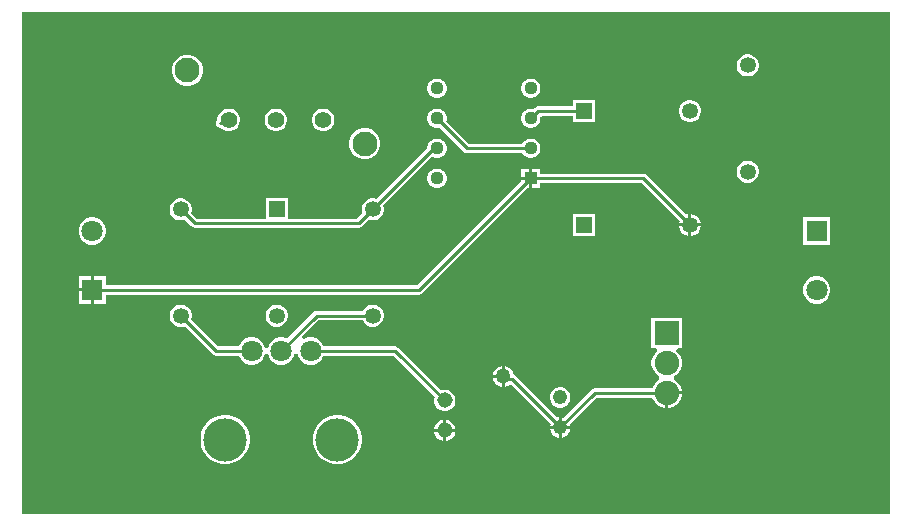
<source format=gbl>
G04*
G04 #@! TF.GenerationSoftware,Altium Limited,Altium Designer,25.8.1 (18)*
G04*
G04 Layer_Physical_Order=2*
G04 Layer_Color=16711680*
%FSLAX44Y44*%
%MOMM*%
G71*
G04*
G04 #@! TF.SameCoordinates,FD4C0DAB-9491-4D72-95A4-0CDAAEB39303*
G04*
G04*
G04 #@! TF.FilePolarity,Positive*
G04*
G01*
G75*
%ADD12C,0.2540*%
%ADD30C,1.8000*%
%ADD31R,1.8000X1.8000*%
%ADD32C,3.6600*%
%ADD33C,1.4000*%
%ADD34C,2.1000*%
%ADD35R,2.0700X2.0700*%
%ADD36C,2.0700*%
%ADD37C,1.3500*%
%ADD38R,1.3500X1.3500*%
%ADD39R,1.3500X1.3500*%
%ADD40R,1.1300X1.1300*%
%ADD41C,1.1300*%
%ADD42C,1.2170*%
%ADD43C,1.3160*%
%ADD44C,1.2700*%
G36*
X735330Y0D02*
X0D01*
Y425450D01*
X735330D01*
Y0D01*
D02*
G37*
%LPC*%
G36*
X615903Y389570D02*
X613457D01*
X611094Y388937D01*
X608976Y387714D01*
X607246Y385984D01*
X606023Y383866D01*
X605390Y381503D01*
Y379057D01*
X606023Y376694D01*
X607246Y374576D01*
X608976Y372846D01*
X611094Y371623D01*
X613457Y370990D01*
X615903D01*
X618266Y371623D01*
X620384Y372846D01*
X622114Y374576D01*
X623337Y376694D01*
X623970Y379057D01*
Y381503D01*
X623337Y383866D01*
X622114Y385984D01*
X620384Y387714D01*
X618266Y388937D01*
X615903Y389570D01*
D02*
G37*
G36*
X141987Y389050D02*
X138553D01*
X135237Y388161D01*
X132263Y386445D01*
X129835Y384017D01*
X128119Y381043D01*
X127230Y377727D01*
Y374293D01*
X128119Y370977D01*
X129835Y368003D01*
X132263Y365575D01*
X135237Y363859D01*
X138553Y362970D01*
X141987D01*
X145303Y363859D01*
X148277Y365575D01*
X150705Y368003D01*
X152421Y370977D01*
X153310Y374293D01*
Y377727D01*
X152421Y381043D01*
X150705Y384017D01*
X148277Y386445D01*
X145303Y388161D01*
X141987Y389050D01*
D02*
G37*
G36*
X431938Y368870D02*
X429782D01*
X427699Y368312D01*
X425831Y367234D01*
X424307Y365709D01*
X423228Y363841D01*
X422670Y361758D01*
Y359602D01*
X423228Y357519D01*
X424307Y355651D01*
X425831Y354126D01*
X427699Y353048D01*
X429782Y352490D01*
X431938D01*
X434021Y353048D01*
X435889Y354126D01*
X437414Y355651D01*
X438492Y357519D01*
X439050Y359602D01*
Y361758D01*
X438492Y363841D01*
X437414Y365709D01*
X435889Y367234D01*
X434021Y368312D01*
X431938Y368870D01*
D02*
G37*
G36*
X352538D02*
X350382D01*
X348299Y368312D01*
X346431Y367234D01*
X344906Y365709D01*
X343828Y363841D01*
X343270Y361758D01*
Y359602D01*
X343828Y357519D01*
X344906Y355651D01*
X346431Y354126D01*
X348299Y353048D01*
X350382Y352490D01*
X352538D01*
X354621Y353048D01*
X356489Y354126D01*
X358013Y355651D01*
X359092Y357519D01*
X359650Y359602D01*
Y361758D01*
X359092Y363841D01*
X358013Y365709D01*
X356489Y367234D01*
X354621Y368312D01*
X352538Y368870D01*
D02*
G37*
G36*
X484990Y350920D02*
X466410D01*
Y345515D01*
X437210D01*
X435724Y345219D01*
X434463Y344377D01*
X433215Y343128D01*
X431938Y343470D01*
X429782D01*
X427699Y342912D01*
X425831Y341834D01*
X424307Y340309D01*
X423228Y338441D01*
X422670Y336358D01*
Y334202D01*
X423228Y332119D01*
X424307Y330251D01*
X425831Y328726D01*
X427699Y327648D01*
X429782Y327090D01*
X431938D01*
X434021Y327648D01*
X435889Y328726D01*
X437414Y330251D01*
X438492Y332119D01*
X439050Y334202D01*
Y336358D01*
X441308Y337745D01*
X466410D01*
Y332340D01*
X484990D01*
Y350920D01*
D02*
G37*
G36*
X566923D02*
X564477D01*
X562114Y350287D01*
X559996Y349064D01*
X558266Y347334D01*
X557043Y345216D01*
X556410Y342853D01*
Y340407D01*
X557043Y338044D01*
X558266Y335926D01*
X559996Y334196D01*
X562114Y332973D01*
X564477Y332340D01*
X566923D01*
X569286Y332973D01*
X571404Y334196D01*
X573134Y335926D01*
X574357Y338044D01*
X574990Y340407D01*
Y342853D01*
X574357Y345216D01*
X573134Y347334D01*
X571404Y349064D01*
X569286Y350287D01*
X566923Y350920D01*
D02*
G37*
G36*
X256526Y343550D02*
X254014D01*
X251588Y342900D01*
X249412Y341644D01*
X247636Y339868D01*
X246380Y337692D01*
X245730Y335266D01*
Y332754D01*
X246380Y330328D01*
X247636Y328152D01*
X249412Y326376D01*
X251588Y325120D01*
X254014Y324470D01*
X256526D01*
X258952Y325120D01*
X261128Y326376D01*
X262904Y328152D01*
X264160Y330328D01*
X264810Y332754D01*
Y335266D01*
X264160Y337692D01*
X262904Y339868D01*
X261128Y341644D01*
X258952Y342900D01*
X256526Y343550D01*
D02*
G37*
G36*
X216526D02*
X214014D01*
X211588Y342900D01*
X209412Y341644D01*
X207636Y339868D01*
X206380Y337692D01*
X205730Y335266D01*
Y334336D01*
X205665Y334010D01*
X205730Y333685D01*
Y332754D01*
X206380Y330328D01*
X207636Y328152D01*
X209412Y326376D01*
X211588Y325120D01*
X214014Y324470D01*
X216526D01*
X218952Y325120D01*
X221128Y326376D01*
X222904Y328152D01*
X224160Y330328D01*
X224810Y332754D01*
Y335266D01*
X224160Y337692D01*
X222904Y339868D01*
X221128Y341644D01*
X218952Y342900D01*
X216526Y343550D01*
D02*
G37*
G36*
X176526D02*
X174014D01*
X171588Y342900D01*
X169412Y341644D01*
X167636Y339868D01*
X166380Y337692D01*
X165730Y335266D01*
Y334616D01*
X165653Y334564D01*
X165305Y334217D01*
X164463Y332957D01*
X164168Y331470D01*
X164463Y329983D01*
X165305Y328723D01*
X166566Y327881D01*
X168052Y327585D01*
X168178Y327610D01*
X169412Y326376D01*
X171588Y325120D01*
X174014Y324470D01*
X176526D01*
X178952Y325120D01*
X181128Y326376D01*
X182904Y328152D01*
X184160Y330328D01*
X184810Y332754D01*
Y335266D01*
X184160Y337692D01*
X182904Y339868D01*
X181128Y341644D01*
X178952Y342900D01*
X176526Y343550D01*
D02*
G37*
G36*
X352538Y343470D02*
X350382D01*
X348299Y342912D01*
X346431Y341834D01*
X344906Y340309D01*
X343828Y338441D01*
X343270Y336358D01*
Y334202D01*
X343828Y332119D01*
X344906Y330251D01*
X346431Y328726D01*
X348299Y327648D01*
X350382Y327090D01*
X352538D01*
X353814Y327432D01*
X374113Y307133D01*
X375373Y306291D01*
X376860Y305995D01*
X423646D01*
X424307Y304851D01*
X425831Y303326D01*
X427699Y302248D01*
X429782Y301690D01*
X431938D01*
X434021Y302248D01*
X435889Y303326D01*
X437414Y304851D01*
X438492Y306719D01*
X439050Y308802D01*
Y310958D01*
X438492Y313041D01*
X437414Y314909D01*
X435889Y316434D01*
X434021Y317512D01*
X431938Y318070D01*
X429782D01*
X427699Y317512D01*
X425831Y316434D01*
X424307Y314909D01*
X423646Y313765D01*
X378469D01*
X359308Y332926D01*
X359650Y334202D01*
Y336358D01*
X359092Y338441D01*
X358013Y340309D01*
X356489Y341834D01*
X354621Y342912D01*
X352538Y343470D01*
D02*
G37*
G36*
Y318070D02*
X350382D01*
X348299Y317512D01*
X346431Y316434D01*
X344906Y314909D01*
X343828Y313041D01*
X343270Y310958D01*
Y309944D01*
X300432Y267106D01*
X298403Y267650D01*
X295957D01*
X293594Y267017D01*
X291476Y265794D01*
X289746Y264064D01*
X288523Y261946D01*
X287890Y259583D01*
Y257137D01*
X288434Y255108D01*
X283845Y250519D01*
X225190D01*
Y267650D01*
X206610D01*
Y250519D01*
X147955D01*
X143366Y255108D01*
X143910Y257137D01*
Y259583D01*
X143277Y261946D01*
X142054Y264064D01*
X140324Y265794D01*
X138206Y267017D01*
X135843Y267650D01*
X133397D01*
X131034Y267017D01*
X128916Y265794D01*
X127186Y264064D01*
X125963Y261946D01*
X125330Y259583D01*
Y257137D01*
X125963Y254774D01*
X127186Y252656D01*
X128916Y250926D01*
X131034Y249703D01*
X133397Y249070D01*
X135843D01*
X137872Y249614D01*
X143599Y243887D01*
X144860Y243045D01*
X146346Y242749D01*
X285454D01*
X286940Y243045D01*
X288201Y243887D01*
X293927Y249614D01*
X295957Y249070D01*
X298403D01*
X300766Y249703D01*
X302884Y250926D01*
X304614Y252656D01*
X305837Y254774D01*
X306470Y257137D01*
Y259583D01*
X305926Y261613D01*
X347197Y302884D01*
X348299Y302248D01*
X350382Y301690D01*
X352538D01*
X354621Y302248D01*
X356489Y303326D01*
X358013Y304851D01*
X359092Y306719D01*
X359650Y308802D01*
Y310958D01*
X359092Y313041D01*
X358013Y314909D01*
X356489Y316434D01*
X354621Y317512D01*
X352538Y318070D01*
D02*
G37*
G36*
X291987Y327050D02*
X288553D01*
X285237Y326161D01*
X282263Y324445D01*
X279836Y322017D01*
X278119Y319043D01*
X277230Y315727D01*
Y312293D01*
X278119Y308977D01*
X279836Y306003D01*
X282263Y303575D01*
X285237Y301859D01*
X288553Y300970D01*
X291987D01*
X295303Y301859D01*
X298277Y303575D01*
X300705Y306003D01*
X302421Y308977D01*
X303310Y312293D01*
Y315727D01*
X302421Y319043D01*
X300705Y322017D01*
X298277Y324445D01*
X295303Y326161D01*
X291987Y327050D01*
D02*
G37*
G36*
X429590Y292670D02*
X422670D01*
Y285750D01*
X429590D01*
Y292670D01*
D02*
G37*
G36*
X615903Y299570D02*
X613457D01*
X611094Y298937D01*
X608976Y297714D01*
X607246Y295984D01*
X606023Y293866D01*
X605390Y291503D01*
Y289057D01*
X606023Y286694D01*
X607246Y284576D01*
X608976Y282846D01*
X611094Y281623D01*
X613457Y280990D01*
X615903D01*
X618266Y281623D01*
X620384Y282846D01*
X622114Y284576D01*
X623337Y286694D01*
X623970Y289057D01*
Y291503D01*
X623337Y293866D01*
X622114Y295984D01*
X620384Y297714D01*
X618266Y298937D01*
X615903Y299570D01*
D02*
G37*
G36*
X352538Y292670D02*
X350382D01*
X348299Y292112D01*
X346431Y291034D01*
X344906Y289509D01*
X343828Y287641D01*
X343270Y285558D01*
Y283402D01*
X343828Y281319D01*
X344906Y279451D01*
X346431Y277926D01*
X348299Y276848D01*
X350382Y276290D01*
X352538D01*
X354621Y276848D01*
X356489Y277926D01*
X358013Y279451D01*
X359092Y281319D01*
X359650Y283402D01*
Y285558D01*
X359092Y287641D01*
X358013Y289509D01*
X356489Y291034D01*
X354621Y292112D01*
X352538Y292670D01*
D02*
G37*
G36*
X566970Y254387D02*
Y246380D01*
X574978D01*
X574357Y248696D01*
X573134Y250814D01*
X571404Y252544D01*
X569286Y253767D01*
X566970Y254387D01*
D02*
G37*
G36*
X439050Y292670D02*
X432130D01*
Y284480D01*
X430860D01*
D01*
X432130D01*
Y276290D01*
X439050D01*
Y280595D01*
X524721D01*
X556954Y248363D01*
X556423Y246380D01*
X564430D01*
Y254387D01*
X562448Y253856D01*
X529077Y287227D01*
X527817Y288069D01*
X526330Y288365D01*
X439050D01*
Y292670D01*
D02*
G37*
G36*
X574978Y243840D02*
X566970D01*
Y235833D01*
X569286Y236453D01*
X571404Y237676D01*
X573134Y239406D01*
X574357Y241524D01*
X574978Y243840D01*
D02*
G37*
G36*
X564430D02*
X556423D01*
X557043Y241524D01*
X558266Y239406D01*
X559996Y237676D01*
X562114Y236453D01*
X564430Y235833D01*
Y243840D01*
D02*
G37*
G36*
X484990Y254400D02*
X466410D01*
Y235820D01*
X484990D01*
Y254400D01*
D02*
G37*
G36*
X684640Y251570D02*
X661560D01*
Y228490D01*
X684640D01*
Y251570D01*
D02*
G37*
G36*
X61209D02*
X58171D01*
X55236Y250784D01*
X52604Y249264D01*
X50456Y247116D01*
X48937Y244484D01*
X48150Y241549D01*
Y238511D01*
X48937Y235576D01*
X50456Y232944D01*
X52604Y230796D01*
X55236Y229277D01*
X58171Y228490D01*
X61209D01*
X64144Y229277D01*
X66776Y230796D01*
X68924Y232944D01*
X70444Y235576D01*
X71230Y238511D01*
Y241549D01*
X70444Y244484D01*
X68924Y247116D01*
X66776Y249264D01*
X64144Y250784D01*
X61209Y251570D01*
D02*
G37*
G36*
X429590Y283210D02*
X422670D01*
Y281784D01*
X334801Y193915D01*
X71230D01*
Y201570D01*
X60960D01*
Y190030D01*
Y178490D01*
X71230D01*
Y186145D01*
X336410D01*
X337897Y186441D01*
X339157Y187283D01*
X428164Y276290D01*
X429590D01*
Y283210D01*
D02*
G37*
G36*
X58420Y201570D02*
X48150D01*
Y191300D01*
X58420D01*
Y201570D01*
D02*
G37*
G36*
X674619D02*
X671581D01*
X668646Y200784D01*
X666014Y199264D01*
X663866Y197116D01*
X662346Y194484D01*
X661560Y191549D01*
Y188511D01*
X662346Y185576D01*
X663866Y182944D01*
X666014Y180796D01*
X668646Y179277D01*
X671581Y178490D01*
X674619D01*
X677554Y179277D01*
X680186Y180796D01*
X682334Y182944D01*
X683854Y185576D01*
X684640Y188511D01*
Y191549D01*
X683854Y194484D01*
X682334Y197116D01*
X680186Y199264D01*
X677554Y200784D01*
X674619Y201570D01*
D02*
G37*
G36*
X58420Y188760D02*
X48150D01*
Y178490D01*
X58420D01*
Y188760D01*
D02*
G37*
G36*
X217123Y177650D02*
X214677D01*
X212314Y177017D01*
X210196Y175794D01*
X208466Y174064D01*
X207243Y171946D01*
X206610Y169583D01*
Y167137D01*
X207243Y164774D01*
X208466Y162656D01*
X210196Y160926D01*
X212314Y159703D01*
X214677Y159070D01*
X217123D01*
X219486Y159703D01*
X221604Y160926D01*
X223334Y162656D01*
X224557Y164774D01*
X225190Y167137D01*
Y169583D01*
X224557Y171946D01*
X223334Y174064D01*
X221604Y175794D01*
X219486Y177017D01*
X217123Y177650D01*
D02*
G37*
G36*
X298403D02*
X295957D01*
X293594Y177017D01*
X291476Y175794D01*
X289746Y174064D01*
X288696Y172244D01*
X249640D01*
X248153Y171949D01*
X246893Y171107D01*
X224675Y148889D01*
X224164Y149184D01*
X221229Y149970D01*
X218191D01*
X215256Y149184D01*
X212624Y147664D01*
X210476Y145516D01*
X208957Y142884D01*
X208525Y141273D01*
X205895D01*
X205463Y142884D01*
X203944Y145516D01*
X201796Y147664D01*
X199164Y149184D01*
X196229Y149970D01*
X193190D01*
X190256Y149184D01*
X187624Y147664D01*
X185476Y145516D01*
X183956Y142884D01*
X183804Y142315D01*
X166159D01*
X143366Y165107D01*
X143910Y167137D01*
Y169583D01*
X143277Y171946D01*
X142054Y174064D01*
X140324Y175794D01*
X138206Y177017D01*
X135843Y177650D01*
X133397D01*
X131034Y177017D01*
X128916Y175794D01*
X127186Y174064D01*
X125963Y171946D01*
X125330Y169583D01*
Y167137D01*
X125963Y164774D01*
X127186Y162656D01*
X128916Y160926D01*
X131034Y159703D01*
X133397Y159070D01*
X135843D01*
X137872Y159614D01*
X161803Y135683D01*
X163063Y134841D01*
X164550Y134545D01*
X183804D01*
X183956Y133976D01*
X185476Y131344D01*
X187624Y129196D01*
X190256Y127676D01*
X193190Y126890D01*
X196229D01*
X199164Y127676D01*
X201796Y129196D01*
X203944Y131344D01*
X205463Y133976D01*
X205895Y135587D01*
X208525D01*
X208957Y133976D01*
X210476Y131344D01*
X212624Y129196D01*
X215256Y127676D01*
X218191Y126890D01*
X221229D01*
X224164Y127676D01*
X226796Y129196D01*
X228944Y131344D01*
X230464Y133976D01*
X230895Y135587D01*
X233525D01*
X233957Y133976D01*
X235476Y131344D01*
X237624Y129196D01*
X240256Y127676D01*
X243191Y126890D01*
X246229D01*
X249165Y127676D01*
X251796Y129196D01*
X253944Y131344D01*
X255464Y133976D01*
X255616Y134545D01*
X314621D01*
X349533Y99634D01*
X349020Y97721D01*
Y95319D01*
X349641Y93000D01*
X350842Y90920D01*
X352540Y89222D01*
X354620Y88021D01*
X356939Y87400D01*
X359341D01*
X361660Y88021D01*
X363740Y89222D01*
X365438Y90920D01*
X366638Y93000D01*
X367260Y95319D01*
Y97721D01*
X366638Y100040D01*
X365438Y102120D01*
X363740Y103818D01*
X361660Y105019D01*
X359341Y105640D01*
X356939D01*
X355026Y105127D01*
X318977Y141177D01*
X317717Y142019D01*
X316230Y142315D01*
X255616D01*
X255464Y142884D01*
X253944Y145516D01*
X251796Y147664D01*
X249165Y149184D01*
X246229Y149970D01*
X243191D01*
X240256Y149184D01*
X238584Y148218D01*
X237025Y150251D01*
X251249Y164475D01*
X288696D01*
X289746Y162656D01*
X291476Y160926D01*
X293594Y159703D01*
X295957Y159070D01*
X298403D01*
X300766Y159703D01*
X302884Y160926D01*
X304614Y162656D01*
X305837Y164774D01*
X306470Y167137D01*
Y169583D01*
X305837Y171946D01*
X304614Y174064D01*
X302884Y175794D01*
X300766Y177017D01*
X298403Y177650D01*
D02*
G37*
G36*
X406400Y125703D02*
X404239Y125124D01*
X402211Y123954D01*
X400556Y122299D01*
X399386Y120271D01*
X398807Y118110D01*
X406400D01*
Y125703D01*
D02*
G37*
G36*
Y115570D02*
X398807D01*
X399386Y113409D01*
X400556Y111381D01*
X402211Y109726D01*
X404239Y108556D01*
X406400Y107977D01*
Y115570D01*
D02*
G37*
G36*
X457066Y107685D02*
X454795D01*
X452601Y107097D01*
X450634Y105962D01*
X449028Y104356D01*
X447893Y102389D01*
X447305Y100196D01*
Y97924D01*
X447893Y95731D01*
X449028Y93764D01*
X450634Y92158D01*
X452601Y91023D01*
X454795Y90435D01*
X457066D01*
X459259Y91023D01*
X461226Y92158D01*
X462832Y93764D01*
X463967Y95731D01*
X464555Y97924D01*
Y100196D01*
X463967Y102389D01*
X462832Y104356D01*
X461226Y105962D01*
X459259Y107097D01*
X457066Y107685D01*
D02*
G37*
G36*
X558990Y101600D02*
X547370D01*
Y89980D01*
X547797D01*
X551075Y90858D01*
X554015Y92555D01*
X556415Y94955D01*
X558112Y97895D01*
X558990Y101173D01*
Y101600D01*
D02*
G37*
G36*
Y166560D02*
X533210D01*
Y140780D01*
X536912D01*
X537572Y139643D01*
X537841Y138240D01*
X535785Y136185D01*
X534088Y133245D01*
X533210Y129967D01*
Y126573D01*
X534088Y123295D01*
X535785Y120355D01*
X538185Y117955D01*
X539777Y117037D01*
Y114103D01*
X538185Y113185D01*
X535785Y110785D01*
X534088Y107845D01*
X533796Y106755D01*
X485140D01*
X483653Y106459D01*
X482393Y105617D01*
X458639Y81863D01*
X457200Y82249D01*
Y74930D01*
X464519D01*
X464133Y76370D01*
X486749Y98985D01*
X533796D01*
X534088Y97895D01*
X535785Y94955D01*
X538185Y92555D01*
X541125Y90858D01*
X544403Y89980D01*
X544830D01*
Y102870D01*
X546100D01*
Y104140D01*
X558990D01*
Y104567D01*
X558112Y107845D01*
X556415Y110785D01*
X554015Y113185D01*
X552423Y114103D01*
Y117037D01*
X554015Y117955D01*
X556415Y120355D01*
X558112Y123295D01*
X558990Y126573D01*
Y129967D01*
X558112Y133245D01*
X556415Y136185D01*
X554359Y138240D01*
X554628Y139643D01*
X555288Y140780D01*
X558990D01*
Y166560D01*
D02*
G37*
G36*
X408940Y125703D02*
Y116840D01*
Y107977D01*
X411101Y108556D01*
X413129Y109726D01*
X413749Y110347D01*
X447727Y76370D01*
X447341Y74930D01*
X454660D01*
Y82249D01*
X453220Y81863D01*
X417441Y117643D01*
X416488Y118280D01*
X415954Y120271D01*
X414784Y122299D01*
X413129Y123954D01*
X411101Y125124D01*
X408940Y125703D01*
D02*
G37*
G36*
X359410Y80221D02*
Y72390D01*
X367241D01*
X366638Y74640D01*
X365438Y76720D01*
X363740Y78418D01*
X361660Y79619D01*
X359410Y80221D01*
D02*
G37*
G36*
X356870D02*
X354620Y79619D01*
X352540Y78418D01*
X350842Y76720D01*
X349641Y74640D01*
X349039Y72390D01*
X356870D01*
Y80221D01*
D02*
G37*
G36*
X464519Y72390D02*
X457200D01*
Y65071D01*
X459259Y65623D01*
X461226Y66758D01*
X462832Y68364D01*
X463967Y70331D01*
X464519Y72390D01*
D02*
G37*
G36*
X454660D02*
X447341D01*
X447893Y70331D01*
X449028Y68364D01*
X450634Y66758D01*
X452601Y65623D01*
X454660Y65071D01*
Y72390D01*
D02*
G37*
G36*
X367241Y69850D02*
X359410D01*
Y62019D01*
X361660Y62621D01*
X363740Y63822D01*
X365438Y65520D01*
X366638Y67600D01*
X367241Y69850D01*
D02*
G37*
G36*
X356870D02*
X349039D01*
X349641Y67600D01*
X350842Y65520D01*
X352540Y63822D01*
X354620Y62621D01*
X356870Y62019D01*
Y69850D01*
D02*
G37*
G36*
X269263Y84270D02*
X265158D01*
X261131Y83469D01*
X257339Y81898D01*
X253925Y79617D01*
X251023Y76715D01*
X248742Y73301D01*
X247171Y69509D01*
X246370Y65482D01*
Y61377D01*
X247171Y57351D01*
X248742Y53559D01*
X251023Y50145D01*
X253925Y47242D01*
X257339Y44962D01*
X261131Y43391D01*
X265158Y42590D01*
X269263D01*
X273289Y43391D01*
X277082Y44962D01*
X280495Y47242D01*
X283398Y50145D01*
X285678Y53559D01*
X287249Y57351D01*
X288050Y61377D01*
Y65482D01*
X287249Y69509D01*
X285678Y73301D01*
X283398Y76715D01*
X280495Y79617D01*
X277082Y81898D01*
X273289Y83469D01*
X269263Y84270D01*
D02*
G37*
G36*
X174263D02*
X170157D01*
X166131Y83469D01*
X162339Y81898D01*
X158925Y79617D01*
X156023Y76715D01*
X153742Y73301D01*
X152171Y69509D01*
X151370Y65482D01*
Y61377D01*
X152171Y57351D01*
X153742Y53559D01*
X156023Y50145D01*
X158925Y47242D01*
X162339Y44962D01*
X166131Y43391D01*
X170157Y42590D01*
X174263D01*
X178289Y43391D01*
X182081Y44962D01*
X185495Y47242D01*
X188397Y50145D01*
X190678Y53559D01*
X192249Y57351D01*
X193050Y61377D01*
Y65482D01*
X192249Y69509D01*
X190678Y73301D01*
X188397Y76715D01*
X185495Y79617D01*
X182081Y81898D01*
X178289Y83469D01*
X174263Y84270D01*
D02*
G37*
%LPD*%
D12*
X407670Y116840D02*
X409614Y114896D01*
X414694D01*
X455930Y73660D01*
X347024Y308204D02*
X349784D01*
X351460Y309880D01*
X285454Y246634D02*
X347024Y308204D01*
X168052Y331470D02*
X168400Y331817D01*
X173077D02*
X175270Y334010D01*
X168400Y331817D02*
X173077D01*
X59690Y190030D02*
X336410D01*
X430860Y284480D01*
X455930Y73660D02*
X485140Y102870D01*
X546100D01*
X430860Y284480D02*
X526330D01*
X565700Y245110D01*
X244710Y138430D02*
X316230D01*
X358140Y96520D01*
X376860Y309880D02*
X430860D01*
X351460Y335280D02*
X376860Y309880D01*
X134620Y258360D02*
X146346Y246634D01*
X285454D01*
X134620Y168360D02*
X164550Y138430D01*
X194710D01*
X219710D02*
X249640Y168360D01*
X297180D01*
X209550Y334010D02*
X215270D01*
X430860Y335280D02*
X437210Y341630D01*
X475700D01*
D30*
X59690Y240030D02*
D03*
X194710Y138430D02*
D03*
X219710D02*
D03*
X244710D02*
D03*
X673100Y190030D02*
D03*
D31*
X59690D02*
D03*
X673100Y240030D02*
D03*
D32*
X172210Y63430D02*
D03*
X267210D02*
D03*
D33*
X175270Y334010D02*
D03*
X215270D02*
D03*
X255270D02*
D03*
D34*
X140270Y376010D02*
D03*
X290270Y314010D02*
D03*
D35*
X546100Y153670D02*
D03*
D36*
Y128270D02*
D03*
Y102870D02*
D03*
D37*
X614680Y290280D02*
D03*
Y380280D02*
D03*
X215900Y168360D02*
D03*
X565700Y341630D02*
D03*
Y245110D02*
D03*
X297180Y168360D02*
D03*
Y258360D02*
D03*
X134620D02*
D03*
Y168360D02*
D03*
D38*
X215900Y258360D02*
D03*
D39*
X475700Y341630D02*
D03*
Y245110D02*
D03*
D40*
X430860Y284480D02*
D03*
D41*
Y309880D02*
D03*
Y335280D02*
D03*
Y360680D02*
D03*
X351460D02*
D03*
Y335280D02*
D03*
Y309880D02*
D03*
Y284480D02*
D03*
D42*
X455930Y99060D02*
D03*
Y73660D02*
D03*
D43*
X358140Y96520D02*
D03*
Y71120D02*
D03*
D44*
X407670Y116840D02*
D03*
M02*

</source>
